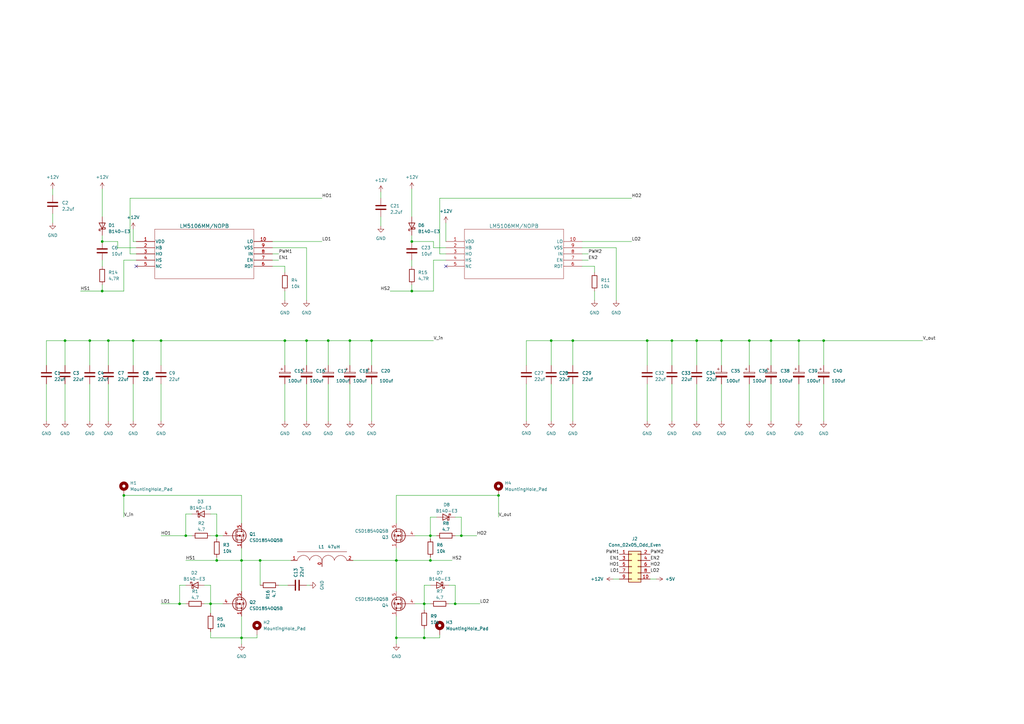
<source format=kicad_sch>
(kicad_sch (version 20231120) (generator "eeschema") (generator_version "8.0")
  (paper "A3")
  (lib_symbols
    (symbol "Connector_Generic:Conn_02x05_Odd_Even" (pin_names (offset 1.016) hide)
      (property "Reference" "J" (at 1.27 7.62 0))
      (property "Value" "Conn_02x05_Odd_Even" (at 1.27 -7.62 0))
      (symbol "Conn_02x05_Odd_Even_1_1"
        (rectangle (start -1.27 -4.953) (end 0 -5.207) (stroke (width 0.1524)))
        (rectangle (start -1.27 -2.413) (end 0 -2.667) (stroke (width 0.1524)))
        (rectangle (start -1.27 0.127) (end 0 -0.127) (stroke (width 0.1524)))
        (rectangle (start -1.27 2.667) (end 0 2.413) (stroke (width 0.1524)))
        (rectangle (start -1.27 5.207) (end 0 4.953) (stroke (width 0.1524)))
        (rectangle (start -1.27 6.35) (end 3.81 -6.35) (stroke (width 0.254)) (fill (type background)))
        (rectangle (start 3.81 -4.953) (end 2.54 -5.207) (stroke (width 0.1524)))
        (rectangle (start 3.81 -2.413) (end 2.54 -2.667) (stroke (width 0.1524)))
        (rectangle (start 3.81 0.127) (end 2.54 -0.127) (stroke (width 0.1524)))
        (rectangle (start 3.81 2.667) (end 2.54 2.413) (stroke (width 0.1524)))
        (rectangle (start 3.81 5.207) (end 2.54 4.953) (stroke (width 0.1524)))
        (pin passive line (at -5.08 5.08 0) (length 3.81) (name "Pin_1") (number "1"))
        (pin passive line (at 7.62 -5.08 180) (length 3.81) (name "Pin_10") (number "10"))
        (pin passive line (at 7.62 5.08 180) (length 3.81) (name "Pin_2") (number "2"))
        (pin passive line (at -5.08 2.54 0) (length 3.81) (name "Pin_3") (number "3"))
        (pin passive line (at 7.62 2.54 180) (length 3.81) (name "Pin_4") (number "4"))
        (pin passive line (at -5.08 0 0) (length 3.81) (name "Pin_5") (number "5"))
        (pin passive line (at 7.62 0 180) (length 3.81) (name "Pin_6") (number "6"))
        (pin passive line (at -5.08 -2.54 0) (length 3.81) (name "Pin_7") (number "7"))
        (pin passive line (at 7.62 -2.54 180) (length 3.81) (name "Pin_8") (number "8"))
        (pin passive line (at -5.08 -5.08 0) (length 3.81) (name "Pin_9") (number "9"))
      )
    )
    (symbol "Device:C" (pin_numbers hide) (pin_names (offset 0.254))
      (property "Reference" "C" (at 0.635 2.54 0))
      (property "Value" "C" (at 0.635 -2.54 0))
      (symbol "C_0_1"
        (polyline (pts (xy -2.032 -0.762) (xy 2.032 -0.762)) (stroke (width 0.508)))
        (polyline (pts (xy -2.032 0.762) (xy 2.032 0.762)) (stroke (width 0.508)))
      )
      (symbol "C_1_1"
        (pin passive line (at 0 3.81 270) (length 2.794) (name "~") (number "1"))
        (pin passive line (at 0 -3.81 90) (length 2.794) (name "~") (number "2"))
      )
    )
    (symbol "Device:C_Polarized" (pin_numbers hide) (pin_names (offset 0.254))
      (property "Reference" "C" (at 0.635 2.54 0))
      (property "Value" "C_Polarized" (at 0.635 -2.54 0))
      (symbol "C_Polarized_0_1"
        (rectangle (start -2.286 0.508) (end 2.286 1.016))
        (polyline (pts (xy -1.778 2.286) (xy -0.762 2.286)))
        (polyline (pts (xy -1.27 2.794) (xy -1.27 1.778)))
        (rectangle (start 2.286 -0.508) (end -2.286 -1.016) (fill (type outline)))
      )
      (symbol "C_Polarized_1_1"
        (pin passive line (at 0 3.81 270) (length 2.794) (name "~") (number "1"))
        (pin passive line (at 0 -3.81 90) (length 2.794) (name "~") (number "2"))
      )
    )
    (symbol "Device:R" (pin_numbers hide) (pin_names (offset 0))
      (property "Reference" "R" (at 2.032 0 90))
      (property "Value" "R" (at 0 0 90))
      (symbol "R_0_1"
        (rectangle (start -1.016 -2.54) (end 1.016 2.54) (stroke (width 0.254)))
      )
      (symbol "R_1_1"
        (pin passive line (at 0 3.81 270) (length 1.27) (name "~") (number "1"))
        (pin passive line (at 0 -3.81 90) (length 1.27) (name "~") (number "2"))
      )
    )
    (symbol "Diode:B140-E3" (pin_numbers hide) (pin_names hide)
      (property "Reference" "D" (at 0 2.54 0))
      (property "Value" "B140-E3" (at 0 -2.54 0))
      (symbol "B140-E3_0_1"
        (polyline (pts (xy 1.27 0) (xy -1.27 0)))
        (polyline (pts (xy 1.27 1.27) (xy 1.27 -1.27) (xy -1.27 0) (xy 1.27 1.27)) (stroke (width 0.254)))
        (polyline (pts (xy -1.905 0.635) (xy -1.905 1.27) (xy -1.27 1.27) (xy -1.27 -1.27) (xy -0.635 -1.27) (xy -0.635 -0.635)) (stroke (width 0.254)))
      )
      (symbol "B140-E3_1_1"
        (pin passive line (at -3.81 0 0) (length 2.54) (name "K") (number "1"))
        (pin passive line (at 3.81 0 180) (length 2.54) (name "A") (number "2"))
      )
    )
    (symbol "FSBB_DCDC:PQ2918"
      (property "Reference" "L" (at 0 0 0))
      (symbol "PQ2918_0_1"
        (arc (start -5.08 -0.7049) (mid -7.62 1.3321) (end -10.16 -0.7049))
        (arc (start -1.27 0) (mid -1.27 0) (end -1.27 0))
        (arc (start 0 -0.7049) (mid -2.54 1.2912) (end -5.08 -0.7049))
        (polyline (pts (xy -10.16 2.794) (xy 10.16 2.794)))
        (arc (start 5.08 -0.7049) (mid 2.54 1.3321) (end 0 -0.7049))
        (arc (start 10.16 -0.7049) (mid 7.62 1.2912) (end 5.08 -0.7049))
      )
      (symbol "PQ2918_1_1"
        (pin free line (at 0 -3.302 90) (length 2.54) (name "") (number "0"))
        (pin bidirectional line (at -12.7 -0.762 0) (length 2.54) (name "") (number "1"))
        (pin bidirectional line (at 12.7 -0.762 180) (length 2.54) (name "") (number "2"))
      )
    )
    (symbol "Library:C" (pin_numbers hide) (pin_names (offset 0.254))
      (property "Reference" "C" (at 0.635 2.54 0))
      (property "Value" "C" (at 0.635 -2.54 0))
      (symbol "C_0_1"
        (polyline (pts (xy -2.032 -0.762) (xy 2.032 -0.762)) (stroke (width 0.508)))
        (polyline (pts (xy -2.032 0.762) (xy 2.032 0.762)) (stroke (width 0.508)))
      )
      (symbol "C_1_1"
        (pin passive line (at 0 3.81 270) (length 2.794) (name "~") (number "1"))
        (pin passive line (at 0 -3.81 90) (length 2.794) (name "~") (number "2"))
      )
    )
    (symbol "Library:R" (pin_numbers hide) (pin_names (offset 0))
      (property "Reference" "R" (at 2.032 0 90))
      (property "Value" "R" (at 0 0 90))
      (symbol "R_0_1"
        (rectangle (start -1.016 -2.54) (end 1.016 2.54) (stroke (width 0.254)))
      )
      (symbol "R_1_1"
        (pin passive line (at 0 3.81 270) (length 1.27) (name "~") (number "1"))
        (pin passive line (at 0 -3.81 90) (length 1.27) (name "~") (number "2"))
      )
    )
    (symbol "Mechanical:MountingHole_Pad" (pin_numbers hide) (pin_names (offset 1.016) hide)
      (property "Reference" "H" (at 0 6.35 0))
      (property "Value" "MountingHole_Pad" (at 0 4.445 0))
      (symbol "MountingHole_Pad_0_1"
        (circle (center 0 1.27) (radius 1.27) (stroke (width 1.27)))
      )
      (symbol "MountingHole_Pad_1_1"
        (pin input line (at 0 -2.54 90) (length 2.54) (name "1") (number "1"))
      )
    )
    (symbol "Transistor_FET:CSD18540Q5B" (pin_names hide)
      (property "Reference" "Q" (at 5.08 1.905 0))
      (property "Value" "CSD18540Q5B" (at 5.08 0 0))
      (symbol "CSD18540Q5B_0_1"
        (polyline (pts (xy 0.254 0) (xy -2.54 0)))
        (polyline (pts (xy 0.254 1.905) (xy 0.254 -1.905)) (stroke (width 0.254)))
        (polyline (pts (xy 0.762 -1.27) (xy 0.762 -2.286)) (stroke (width 0.254)))
        (polyline (pts (xy 0.762 0.508) (xy 0.762 -0.508)) (stroke (width 0.254)))
        (polyline (pts (xy 0.762 2.286) (xy 0.762 1.27)) (stroke (width 0.254)))
        (polyline (pts (xy 2.54 2.54) (xy 2.54 1.778)))
        (polyline (pts (xy 2.54 -2.54) (xy 2.54 0) (xy 0.762 0)))
        (polyline (pts (xy 0.762 -1.778) (xy 3.302 -1.778) (xy 3.302 1.778) (xy 0.762 1.778)))
        (polyline (pts (xy 1.016 0) (xy 2.032 0.381) (xy 2.032 -0.381) (xy 1.016 0)) (fill (type outline)))
        (polyline (pts (xy 2.794 0.508) (xy 2.921 0.381) (xy 3.683 0.381) (xy 3.81 0.254)))
        (polyline (pts (xy 3.302 0.381) (xy 2.921 -0.254) (xy 3.683 -0.254) (xy 3.302 0.381)))
        (circle (center 1.651 0) (radius 2.794) (stroke (width 0.254)))
        (circle (center 2.54 -1.778) (radius 0.254) (fill (type outline)))
        (circle (center 2.54 1.778) (radius 0.254) (fill (type outline)))
      )
      (symbol "CSD18540Q5B_1_1"
        (pin passive line (at 2.54 -5.08 90) (length 2.54) (name "S") (number "1"))
        (pin passive line (at 2.54 -5.08 90) (length 2.54) hide (name "S") (number "2"))
        (pin passive line (at 2.54 -5.08 90) (length 2.54) hide (name "S") (number "3"))
        (pin passive line (at -5.08 0 0) (length 2.54) (name "G") (number "4"))
        (pin passive line (at 2.54 5.08 270) (length 2.54) (name "D") (number "5"))
      )
    )
    (symbol "lm5106:LM5106MM_NOPB" (pin_names (offset 0.254))
      (property "Value" "LM5106MM/NOPB" (at 27.94 7.62 0))
      (symbol "LM5106MM_NOPB_0_1"
        (polyline (pts (xy 7.62 -15.24) (xy 48.26 -15.24)) (stroke (width 0.127)))
        (polyline (pts (xy 7.62 5.08) (xy 7.62 -15.24)) (stroke (width 0.127)))
        (polyline (pts (xy 48.26 -15.24) (xy 48.26 5.08)) (stroke (width 0.127)))
        (polyline (pts (xy 48.26 5.08) (xy 7.62 5.08)) (stroke (width 0.127)))
        (pin power_in line (at 0 0 0) (length 7.62) (name "VDD") (number "1"))
        (pin output line (at 55.88 0 180) (length 7.62) (name "LO") (number "10"))
        (pin input line (at 0 -2.54 0) (length 7.62) (name "HB") (number "2"))
        (pin output line (at 0 -5.08 0) (length 7.62) (name "HO") (number "3"))
        (pin input line (at 0 -7.62 0) (length 7.62) (name "HS") (number "4"))
        (pin passive line (at 0 -10.16 0) (length 7.62) (name "NC") (number "5"))
        (pin input line (at 55.88 -10.16 180) (length 7.62) (name "RDT") (number "6"))
        (pin input line (at 55.88 -7.62 180) (length 7.62) (name "EN") (number "7"))
        (pin input line (at 55.88 -5.08 180) (length 7.62) (name "IN") (number "8"))
        (pin power_in line (at 55.88 -2.54 180) (length 7.62) (name "VSS") (number "9"))
      )
    )
    (symbol "power:+12V" (power) (pin_names (offset 0))
      (property "Value" "+12V" (at 0 3.556 0))
      (symbol "+12V_0_1"
        (polyline (pts (xy -0.762 1.27) (xy 0 2.54)))
        (polyline (pts (xy 0 0) (xy 0 2.54)))
        (polyline (pts (xy 0 2.54) (xy 0.762 1.27)))
      )
      (symbol "+12V_1_1"
        (pin power_in line (at 0 0 90) (length 0) hide (name "+12V") (number "1"))
      )
    )
    (symbol "power:+5V" (power) (pin_names (offset 0))
      (property "Value" "+5V" (at 0 3.556 0))
      (symbol "+5V_0_1"
        (polyline (pts (xy -0.762 1.27) (xy 0 2.54)))
        (polyline (pts (xy 0 0) (xy 0 2.54)))
        (polyline (pts (xy 0 2.54) (xy 0.762 1.27)))
      )
      (symbol "+5V_1_1"
        (pin power_in line (at 0 0 90) (length 0) hide (name "+5V") (number "1"))
      )
    )
    (symbol "power:GND" (power) (pin_names (offset 0))
      (property "Value" "GND" (at 0 -3.81 0))
      (symbol "GND_0_1"
        (polyline (pts (xy 0 0) (xy 0 -1.27) (xy 1.27 -1.27) (xy 0 -2.54) (xy -1.27 -1.27) (xy 0 -1.27)))
      )
      (symbol "GND_1_1"
        (pin power_in line (at 0 0 270) (length 0) hide (name "GND") (number "1"))
      )
    )
  )
  (junction (at 50.8 203.2))
  (junction (at 162.56 229.87))
  (junction (at 106.68 229.87))
  (junction (at 143.51 139.7))
  (junction (at 73.66 247.65))
  (junction (at 316.23 139.7))
  (junction (at 44.45 139.7))
  (junction (at 152.4 139.7))
  (junction (at 116.84 139.7))
  (junction (at 234.95 139.7))
  (junction (at 26.67 139.7))
  (junction (at 134.62 139.7))
  (junction (at 162.56 261.62))
  (junction (at 99.06 229.87))
  (junction (at 173.99 247.65))
  (junction (at 168.91 99.06))
  (junction (at 275.59 139.7))
  (junction (at 226.06 139.7))
  (junction (at 186.69 247.65))
  (junction (at 285.75 139.7))
  (junction (at 86.36 247.65))
  (junction (at 41.91 119.38))
  (junction (at 265.43 139.7))
  (junction (at 88.9 229.87))
  (junction (at 99.06 261.62))
  (junction (at 176.53 229.87))
  (junction (at 295.91 139.7))
  (junction (at 36.83 139.7))
  (junction (at 189.23 219.71))
  (junction (at 204.47 203.2))
  (junction (at 54.61 139.7))
  (junction (at 88.9 219.71))
  (junction (at 76.2 219.71))
  (junction (at 41.91 99.06))
  (junction (at 327.66 139.7))
  (junction (at 168.91 119.38))
  (junction (at 307.34 139.7))
  (junction (at 173.99 261.62))
  (junction (at 66.04 139.7))
  (junction (at 337.82 139.7))
  (junction (at 176.53 219.71))
  (junction (at 125.73 139.7))
  (no_connect (at 182.88 109.22))
  (no_connect (at 55.88 109.22))
  (wire (pts (xy 21.59 77.47) (xy 21.59 80.01)))
  (wire (pts (xy 295.91 157.48) (xy 295.91 172.72)))
  (wire (pts (xy 86.36 219.71) (xy 88.9 219.71)))
  (wire (pts (xy 41.91 119.38) (xy 50.8 119.38)))
  (wire (pts (xy 78.74 210.82) (xy 76.2 210.82)))
  (wire (pts (xy 189.23 212.09) (xy 186.69 212.09)))
  (wire (pts (xy 54.61 93.98) (xy 54.61 99.06)))
  (wire (pts (xy 162.56 203.2) (xy 162.56 214.63)))
  (wire (pts (xy 316.23 139.7) (xy 316.23 149.86)))
  (wire (pts (xy 111.76 99.06) (xy 132.08 99.06)))
  (wire (pts (xy 134.62 139.7) (xy 143.51 139.7)))
  (wire (pts (xy 185.42 229.87) (xy 176.53 229.87)))
  (wire (pts (xy 152.4 139.7) (xy 177.8 139.7)))
  (wire (pts (xy 53.34 104.14) (xy 55.88 104.14)))
  (wire (pts (xy 307.34 139.7) (xy 316.23 139.7)))
  (wire (pts (xy 111.76 109.22) (xy 116.84 109.22)))
  (wire (pts (xy 176.53 240.03) (xy 173.99 240.03)))
  (wire (pts (xy 54.61 139.7) (xy 66.04 139.7)))
  (wire (pts (xy 337.82 139.7) (xy 337.82 149.86)))
  (wire (pts (xy 182.88 91.44) (xy 182.88 99.06)))
  (wire (pts (xy 243.84 109.22) (xy 243.84 111.76)))
  (wire (pts (xy 88.9 228.6) (xy 88.9 229.87)))
  (wire (pts (xy 177.8 101.6) (xy 177.8 99.06)))
  (wire (pts (xy 116.84 139.7) (xy 125.73 139.7)))
  (wire (pts (xy 180.34 260.35) (xy 180.34 261.62)))
  (wire (pts (xy 26.67 139.7) (xy 36.83 139.7)))
  (wire (pts (xy 125.73 139.7) (xy 125.73 149.86)))
  (wire (pts (xy 152.4 139.7) (xy 152.4 149.86)))
  (wire (pts (xy 144.78 229.87) (xy 162.56 229.87)))
  (wire (pts (xy 285.75 139.7) (xy 295.91 139.7)))
  (wire (pts (xy 111.76 104.14) (xy 114.3 104.14)))
  (wire (pts (xy 106.68 229.87) (xy 106.68 240.03)))
  (wire (pts (xy 125.73 101.6) (xy 125.73 123.19)))
  (wire (pts (xy 111.76 101.6) (xy 125.73 101.6)))
  (wire (pts (xy 116.84 157.48) (xy 116.84 172.72)))
  (wire (pts (xy 162.56 229.87) (xy 162.56 242.57)))
  (wire (pts (xy 86.36 240.03) (xy 86.36 247.65)))
  (wire (pts (xy 125.73 157.48) (xy 125.73 172.72)))
  (wire (pts (xy 196.85 247.65) (xy 186.69 247.65)))
  (wire (pts (xy 168.91 119.38) (xy 177.8 119.38)))
  (wire (pts (xy 265.43 139.7) (xy 265.43 149.86)))
  (wire (pts (xy 53.34 81.28) (xy 53.34 104.14)))
  (wire (pts (xy 143.51 139.7) (xy 152.4 139.7)))
  (wire (pts (xy 160.02 119.38) (xy 168.91 119.38)))
  (wire (pts (xy 226.06 139.7) (xy 234.95 139.7)))
  (wire (pts (xy 269.24 237.49) (xy 266.7 237.49)))
  (wire (pts (xy 36.83 139.7) (xy 44.45 139.7)))
  (wire (pts (xy 189.23 219.71) (xy 186.69 219.71)))
  (wire (pts (xy 173.99 261.62) (xy 162.56 261.62)))
  (wire (pts (xy 327.66 139.7) (xy 337.82 139.7)))
  (wire (pts (xy 88.9 219.71) (xy 91.44 219.71)))
  (wire (pts (xy 41.91 116.84) (xy 41.91 119.38)))
  (wire (pts (xy 173.99 240.03) (xy 173.99 247.65)))
  (wire (pts (xy 54.61 157.48) (xy 54.61 172.72)))
  (wire (pts (xy 86.36 247.65) (xy 91.44 247.65)))
  (wire (pts (xy 86.36 259.08) (xy 86.36 261.62)))
  (wire (pts (xy 125.73 240.03) (xy 127 240.03)))
  (wire (pts (xy 44.45 139.7) (xy 44.45 149.86)))
  (wire (pts (xy 180.34 81.28) (xy 259.08 81.28)))
  (wire (pts (xy 307.34 157.48) (xy 307.34 172.72)))
  (wire (pts (xy 53.34 81.28) (xy 132.08 81.28)))
  (wire (pts (xy 55.88 101.6) (xy 48.26 101.6)))
  (wire (pts (xy 238.76 109.22) (xy 243.84 109.22)))
  (wire (pts (xy 33.02 119.38) (xy 41.91 119.38)))
  (wire (pts (xy 36.83 157.48) (xy 36.83 172.72)))
  (wire (pts (xy 99.06 203.2) (xy 99.06 214.63)))
  (wire (pts (xy 48.26 101.6) (xy 48.26 99.06)))
  (wire (pts (xy 215.9 157.48) (xy 215.9 172.72)))
  (wire (pts (xy 36.83 149.86) (xy 36.83 139.7)))
  (wire (pts (xy 252.73 101.6) (xy 252.73 123.19)))
  (wire (pts (xy 54.61 139.7) (xy 54.61 149.86)))
  (wire (pts (xy 88.9 229.87) (xy 99.06 229.87)))
  (wire (pts (xy 156.21 78.74) (xy 156.21 81.28)))
  (wire (pts (xy 251.46 237.49) (xy 254 237.49)))
  (wire (pts (xy 106.68 229.87) (xy 119.38 229.87)))
  (wire (pts (xy 316.23 139.7) (xy 327.66 139.7)))
  (wire (pts (xy 180.34 81.28) (xy 180.34 104.14)))
  (wire (pts (xy 19.05 157.48) (xy 19.05 172.72)))
  (wire (pts (xy 295.91 139.7) (xy 307.34 139.7)))
  (wire (pts (xy 179.07 212.09) (xy 176.53 212.09)))
  (wire (pts (xy 88.9 219.71) (xy 88.9 220.98)))
  (wire (pts (xy 327.66 157.48) (xy 327.66 172.72)))
  (wire (pts (xy 168.91 116.84) (xy 168.91 119.38)))
  (wire (pts (xy 73.66 240.03) (xy 73.66 247.65)))
  (wire (pts (xy 162.56 203.2) (xy 204.47 203.2)))
  (wire (pts (xy 114.3 240.03) (xy 118.11 240.03)))
  (wire (pts (xy 44.45 139.7) (xy 54.61 139.7)))
  (wire (pts (xy 275.59 139.7) (xy 275.59 149.86)))
  (wire (pts (xy 48.26 99.06) (xy 41.91 99.06)))
  (wire (pts (xy 204.47 203.2) (xy 204.47 212.09)))
  (wire (pts (xy 177.8 99.06) (xy 168.91 99.06)))
  (wire (pts (xy 215.9 139.7) (xy 226.06 139.7)))
  (wire (pts (xy 238.76 106.68) (xy 241.3 106.68)))
  (wire (pts (xy 215.9 139.7) (xy 215.9 149.86)))
  (wire (pts (xy 66.04 139.7) (xy 116.84 139.7)))
  (wire (pts (xy 114.3 106.68) (xy 111.76 106.68)))
  (wire (pts (xy 285.75 139.7) (xy 285.75 149.86)))
  (wire (pts (xy 176.53 228.6) (xy 176.53 229.87)))
  (wire (pts (xy 99.06 229.87) (xy 99.06 242.57)))
  (wire (pts (xy 162.56 261.62) (xy 162.56 264.16)))
  (wire (pts (xy 176.53 219.71) (xy 176.53 220.98)))
  (wire (pts (xy 234.95 139.7) (xy 265.43 139.7)))
  (wire (pts (xy 337.82 157.48) (xy 337.82 172.72)))
  (wire (pts (xy 226.06 157.48) (xy 226.06 172.72)))
  (wire (pts (xy 180.34 104.14) (xy 182.88 104.14)))
  (wire (pts (xy 41.91 77.47) (xy 41.91 88.9)))
  (wire (pts (xy 189.23 219.71) (xy 195.58 219.71)))
  (wire (pts (xy 19.05 149.86) (xy 19.05 139.7)))
  (wire (pts (xy 116.84 119.38) (xy 116.84 123.19)))
  (wire (pts (xy 168.91 96.52) (xy 168.91 99.06)))
  (wire (pts (xy 41.91 96.52) (xy 41.91 99.06)))
  (wire (pts (xy 168.91 109.22) (xy 168.91 106.68)))
  (wire (pts (xy 19.05 139.7) (xy 26.67 139.7)))
  (wire (pts (xy 116.84 139.7) (xy 116.84 149.86)))
  (wire (pts (xy 316.23 157.48) (xy 316.23 172.72)))
  (wire (pts (xy 26.67 157.48) (xy 26.67 172.72)))
  (wire (pts (xy 173.99 247.65) (xy 170.18 247.65)))
  (wire (pts (xy 238.76 101.6) (xy 252.73 101.6)))
  (wire (pts (xy 176.53 212.09) (xy 176.53 219.71)))
  (wire (pts (xy 99.06 261.62) (xy 99.06 264.16)))
  (wire (pts (xy 99.06 229.87) (xy 106.68 229.87)))
  (wire (pts (xy 285.75 157.48) (xy 285.75 172.72)))
  (wire (pts (xy 83.82 247.65) (xy 86.36 247.65)))
  (wire (pts (xy 105.41 261.62) (xy 99.06 261.62)))
  (wire (pts (xy 170.18 219.71) (xy 176.53 219.71)))
  (wire (pts (xy 116.84 109.22) (xy 116.84 111.76)))
  (wire (pts (xy 156.21 88.9) (xy 156.21 92.71)))
  (wire (pts (xy 327.66 139.7) (xy 327.66 149.86)))
  (wire (pts (xy 73.66 247.65) (xy 76.2 247.65)))
  (wire (pts (xy 182.88 101.6) (xy 177.8 101.6)))
  (wire (pts (xy 88.9 210.82) (xy 88.9 219.71)))
  (wire (pts (xy 66.04 219.71) (xy 76.2 219.71)))
  (wire (pts (xy 21.59 87.63) (xy 21.59 91.44)))
  (wire (pts (xy 76.2 229.87) (xy 88.9 229.87)))
  (wire (pts (xy 83.82 240.03) (xy 86.36 240.03)))
  (wire (pts (xy 76.2 210.82) (xy 76.2 219.71)))
  (wire (pts (xy 152.4 157.48) (xy 152.4 172.72)))
  (wire (pts (xy 41.91 109.22) (xy 41.91 106.68)))
  (wire (pts (xy 50.8 106.68) (xy 50.8 119.38)))
  (wire (pts (xy 86.36 210.82) (xy 88.9 210.82)))
  (wire (pts (xy 173.99 257.81) (xy 173.99 261.62)))
  (wire (pts (xy 176.53 229.87) (xy 162.56 229.87)))
  (wire (pts (xy 54.61 99.06) (xy 55.88 99.06)))
  (wire (pts (xy 186.69 240.03) (xy 184.15 240.03)))
  (wire (pts (xy 55.88 106.68) (xy 50.8 106.68)))
  (wire (pts (xy 26.67 149.86) (xy 26.67 139.7)))
  (wire (pts (xy 162.56 224.79) (xy 162.56 229.87)))
  (wire (pts (xy 76.2 219.71) (xy 78.74 219.71)))
  (wire (pts (xy 143.51 157.48) (xy 143.51 172.72)))
  (wire (pts (xy 66.04 247.65) (xy 73.66 247.65)))
  (wire (pts (xy 307.34 139.7) (xy 307.34 149.86)))
  (wire (pts (xy 162.56 252.73) (xy 162.56 261.62)))
  (wire (pts (xy 295.91 139.7) (xy 295.91 149.86)))
  (wire (pts (xy 243.84 119.38) (xy 243.84 123.19)))
  (wire (pts (xy 99.06 252.73) (xy 99.06 261.62)))
  (wire (pts (xy 189.23 212.09) (xy 189.23 219.71)))
  (wire (pts (xy 86.36 247.65) (xy 86.36 251.46)))
  (wire (pts (xy 179.07 219.71) (xy 176.53 219.71)))
  (wire (pts (xy 99.06 224.79) (xy 99.06 229.87)))
  (wire (pts (xy 134.62 157.48) (xy 134.62 172.72)))
  (wire (pts (xy 44.45 157.48) (xy 44.45 172.72)))
  (wire (pts (xy 143.51 139.7) (xy 143.51 149.86)))
  (wire (pts (xy 50.8 203.2) (xy 50.8 212.09)))
  (wire (pts (xy 177.8 106.68) (xy 182.88 106.68)))
  (wire (pts (xy 105.41 260.35) (xy 105.41 261.62)))
  (wire (pts (xy 275.59 139.7) (xy 285.75 139.7)))
  (wire (pts (xy 50.8 203.2) (xy 99.06 203.2)))
  (wire (pts (xy 86.36 261.62) (xy 99.06 261.62)))
  (wire (pts (xy 275.59 157.48) (xy 275.59 172.72)))
  (wire (pts (xy 186.69 240.03) (xy 186.69 247.65)))
  (wire (pts (xy 226.06 139.7) (xy 226.06 149.86)))
  (wire (pts (xy 234.95 157.48) (xy 234.95 172.72)))
  (wire (pts (xy 176.53 247.65) (xy 173.99 247.65)))
  (wire (pts (xy 177.8 106.68) (xy 177.8 119.38)))
  (wire (pts (xy 173.99 247.65) (xy 173.99 250.19)))
  (wire (pts (xy 337.82 139.7) (xy 378.46 139.7)))
  (wire (pts (xy 66.04 157.48) (xy 66.04 172.72)))
  (wire (pts (xy 180.34 261.62) (xy 173.99 261.62)))
  (wire (pts (xy 134.62 139.7) (xy 134.62 149.86)))
  (wire (pts (xy 125.73 139.7) (xy 134.62 139.7)))
  (wire (pts (xy 234.95 139.7) (xy 234.95 149.86)))
  (wire (pts (xy 186.69 247.65) (xy 184.15 247.65)))
  (wire (pts (xy 73.66 240.03) (xy 76.2 240.03)))
  (wire (pts (xy 265.43 157.48) (xy 265.43 172.72)))
  (wire (pts (xy 265.43 139.7) (xy 275.59 139.7)))
  (wire (pts (xy 238.76 99.06) (xy 259.08 99.06)))
  (wire (pts (xy 168.91 77.47) (xy 168.91 88.9)))
  (wire (pts (xy 66.04 139.7) (xy 66.04 149.86)))
  (wire (pts (xy 238.76 104.14) (xy 241.3 104.14)))
  (label "PWM2" (at 266.7 227.33 0))
  (label "V_in" (at 50.8 212.09 0))
  (label "HO1" (at 254 232.41 180))
  (label "HS1" (at 76.2 229.87 0))
  (label "V_in" (at 177.8 139.7 0))
  (label "HO1" (at 132.08 81.28 0))
  (label "EN2" (at 266.7 229.87 0))
  (label "HO2" (at 266.7 232.41 0))
  (label "PWM1" (at 114.3 104.14 0))
  (label "HO2" (at 259.08 81.28 0))
  (label "EN1" (at 254 229.87 180))
  (label "LO2" (at 266.7 234.95 0))
  (label "HO2" (at 195.58 219.71 0))
  (label "V_out" (at 204.47 212.09 0))
  (label "HS2" (at 160.02 119.38 180))
  (label "PWM2" (at 241.3 104.14 0))
  (label "LO1" (at 254 234.95 180))
  (label "PWM1" (at 254 227.33 180))
  (label "V_out" (at 378.46 139.7 0))
  (label "LO2" (at 196.85 247.65 0))
  (label "LO2" (at 259.08 99.06 0))
  (label "HS2" (at 185.42 229.87 0))
  (label "LO1" (at 132.08 99.06 0))
  (label "EN2" (at 241.3 106.68 0))
  (label "HS1" (at 33.02 119.38 0))
  (label "EN1" (at 114.3 106.68 0))
  (label "LO1" (at 66.04 247.65 0))
  (label "HO1" (at 66.04 219.71 0))
  (symbol (lib_id "Device:C_Polarized") (at 337.82 153.67 0) (unit 1)
    (property "Reference" "C40" (at 341.63 152.146 0) (effects (justify left)))
    (property "Value" "100uf" (at 340.995 156.21 0) (effects (justify left)))
    (property "Footprint" "Capacitor_SMD:CP_Elec_8x10" (effects (hide yes)))
  )
  (symbol (lib_id "power:GND") (at 143.51 172.72 0) (unit 1)
    (property "Reference" "#PWR026" (effects (hide yes)))
    (property "Value" "GND" (at 143.51 177.8 0))
  )
  (symbol (lib_id "Device:R") (at 182.88 219.71 270) (mirror x) (unit 1)
    (property "Reference" "R8" (at 182.88 214.63 90))
    (property "Value" "4.7" (at 182.88 217.17 90))
    (property "Footprint" "Resistor_SMD:R_0603_1608Metric" (effects (hide yes)))
  )
  (symbol (lib_id "power:GND") (at 134.62 172.72 0) (unit 1)
    (property "Reference" "#PWR025" (effects (hide yes)))
    (property "Value" "GND" (at 134.62 177.8 0))
  )
  (symbol (lib_id "Device:R") (at 41.91 113.03 180) (unit 1)
    (property "Reference" "R14" (at 44.45 111.7599 0) (effects (justify right)))
    (property "Value" "4.7R" (at 44.45 114.2999 0) (effects (justify right)))
    (property "Footprint" "Resistor_SMD:R_0603_1608Metric" (effects (hide yes)))
  )
  (symbol (lib_id "power:GND") (at 44.45 172.72 0) (unit 1)
    (property "Reference" "#PWR09" (effects (hide yes)))
    (property "Value" "GND" (at 44.45 177.8 0))
  )
  (symbol (lib_id "Diode:B140-E3") (at 82.55 210.82 0) (unit 1)
    (property "Reference" "D3" (at 82.2325 205.74 0))
    (property "Value" "B140-E3" (at 82.2325 208.28 0))
    (property "Footprint" "BuckBoost:D_SOD-123" (effects (hide yes)))
    (property "Datasheet" "http://www.vishay.com/docs/88946/b120.pdf" (effects (hide yes)))
  )
  (symbol (lib_id "power:GND") (at 26.67 172.72 0) (unit 1)
    (property "Reference" "#PWR04" (effects (hide yes)))
    (property "Value" "GND" (at 26.67 177.8 0))
  )
  (symbol (lib_id "power:GND") (at 234.95 172.72 0) (unit 1)
    (property "Reference" "#PWR043" (effects (hide yes)))
    (property "Value" "GND" (at 234.95 177.8 0))
  )
  (symbol (lib_id "power:GND") (at 156.21 92.71 0) (unit 1)
    (property "Reference" "#PWR031" (effects (hide yes)))
    (property "Value" "GND" (at 156.21 97.79 0))
  )
  (symbol (lib_id "power:+12V") (at 21.59 77.47 0) (unit 1)
    (property "Reference" "#PWR02" (effects (hide yes)))
    (property "Value" "+12V" (at 21.59 72.644 0))
  )
  (symbol (lib_id "Device:C") (at 19.05 153.67 0) (unit 1)
    (property "Reference" "C1" (at 22.225 153.035 0) (effects (justify left)))
    (property "Value" "22uf" (at 22.225 155.575 0) (effects (justify left)))
    (property "Footprint" "Capacitor_SMD:C_1206_3216Metric" (effects (hide yes)))
  )
  (symbol (lib_id "Device:R") (at 243.84 115.57 180) (unit 1)
    (property "Reference" "R11" (at 246.38 114.935 0) (effects (justify right)))
    (property "Value" "10k" (at 246.38 117.475 0) (effects (justify right)))
    (property "Footprint" "Resistor_SMD:R_0603_1608Metric" (effects (hide yes)))
  )
  (symbol (lib_id "power:+12V") (at 54.61 93.98 0) (unit 1)
    (property "Reference" "#PWR012" (effects (hide yes)))
    (property "Value" "+12V" (at 54.61 89.154 0))
  )
  (symbol (lib_id "power:GND") (at 116.84 172.72 0) (unit 1)
    (property "Reference" "#PWR021" (effects (hide yes)))
    (property "Value" "GND" (at 116.84 177.8 0))
  )
  (symbol (lib_id "power:GND") (at 337.82 172.72 0) (unit 1)
    (property "Reference" "#PWR062" (effects (hide yes)))
    (property "Value" "GND" (at 337.82 177.8 0))
  )
  (symbol (lib_id "Transistor_FET:CSD18540Q5B") (at 165.1 219.71 0) (mirror y) (unit 1)
    (property "Reference" "Q3" (at 159.385 220.345 0) (effects (justify left)))
    (property "Value" "CSD18540Q5B" (at 159.385 217.805 0) (effects (justify left)))
    (property "Footprint" "Package_TO_SOT_SMD:TDSON-8-1" (effects (hide yes)))
    (property "Datasheet" "http://www.ti.com/lit/gpn/csd18540q5b" (effects (hide yes)))
  )
  (symbol (lib_id "power:GND") (at 226.06 172.72 0) (unit 1)
    (property "Reference" "#PWR042" (effects (hide yes)))
    (property "Value" "GND" (at 226.06 177.8 0))
  )
  (symbol (lib_id "power:GND") (at 295.91 172.72 0) (unit 1)
    (property "Reference" "#PWR056" (effects (hide yes)))
    (property "Value" "GND" (at 295.91 177.8 0))
  )
  (symbol (lib_id "Diode:B140-E3") (at 168.91 92.71 90) (unit 1)
    (property "Reference" "D6" (at 171.45 92.3925 90) (effects (justify right)))
    (property "Value" "B140-E3" (at 171.45 94.9325 90) (effects (justify right)))
    (property "Footprint" "BuckBoost:D_SOD-123" (effects (hide yes)))
    (property "Datasheet" "http://www.vishay.com/docs/88946/b120.pdf" (effects (hide yes)))
  )
  (symbol (lib_id "Mechanical:MountingHole_Pad") (at 180.34 257.81 0) (unit 1)
    (property "Reference" "H3" (at 182.88 255.27 0) (effects (justify left)))
    (property "Value" "MountingHole_Pad" (at 182.88 257.81 0) (effects (justify left)))
    (property "Footprint" "MountingHole:MountingHole_3.2mm_M3_Pad_Via" (effects (hide yes)))
  )
  (symbol (lib_id "FSBB_DCDC:PQ2918") (at 132.08 229.108 0) (unit 1)
    (property "Reference" "L1" (at 131.826 224.282 0))
    (property "Value" "47uH" (at 136.906 224.282 0))
    (property "Footprint" "BuckBoost:PQ2918" (effects (hide yes)))
  )
  (symbol (lib_id "Transistor_FET:CSD18540Q5B") (at 96.52 219.71 0) (unit 1)
    (property "Reference" "Q1" (at 102.235 219.075 0) (effects (justify left)))
    (property "Value" "CSD18540Q5B" (at 102.235 221.615 0) (effects (justify left)))
    (property "Footprint" "Package_TO_SOT_SMD:TDSON-8-1" (effects (hide yes)))
    (property "Datasheet" "http://www.ti.com/lit/gpn/csd18540q5b" (effects (hide yes)))
  )
  (symbol (lib_id "power:GND") (at 243.84 123.19 0) (unit 1)
    (property "Reference" "#PWR044" (effects (hide yes)))
    (property "Value" "GND" (at 243.84 128.27 0))
  )
  (symbol (lib_id "power:+12V") (at 156.21 78.74 0) (unit 1)
    (property "Reference" "#PWR030" (effects (hide yes)))
    (property "Value" "+12V" (at 156.21 73.914 0))
  )
  (symbol (lib_id "Device:C_Polarized") (at 143.51 153.67 0) (unit 1)
    (property "Reference" "C18" (at 147.32 152.146 0) (effects (justify left)))
    (property "Value" "100uf" (at 144.78 156.21 0) (effects (justify left)))
    (property "Footprint" "Capacitor_SMD:CP_Elec_8x10" (effects (hide yes)))
  )
  (symbol (lib_id "Device:C") (at 226.06 153.67 0) (unit 1)
    (property "Reference" "C28" (at 229.235 153.035 0) (effects (justify left)))
    (property "Value" "22uf" (at 229.235 155.575 0) (effects (justify left)))
    (property "Footprint" "Capacitor_SMD:C_1206_3216Metric" (effects (hide yes)))
  )
  (symbol (lib_id "power:+12V") (at 182.88 91.44 0) (unit 1)
    (property "Reference" "#PWR038" (effects (hide yes)))
    (property "Value" "+12V" (at 182.88 86.614 0))
  )
  (symbol (lib_id "Mechanical:MountingHole_Pad") (at 105.41 257.81 0) (unit 1)
    (property "Reference" "H2" (at 107.95 255.27 0) (effects (justify left)))
    (property "Value" "MountingHole_Pad" (at 107.95 257.81 0) (effects (justify left)))
    (property "Footprint" "MountingHole:MountingHole_3.2mm_M3_Pad_Via" (effects (hide yes)))
  )
  (symbol (lib_id "power:GND") (at 36.83 172.72 0) (unit 1)
    (property "Reference" "#PWR05" (effects (hide yes)))
    (property "Value" "GND" (at 36.83 177.8 0))
  )
  (symbol (lib_id "power:GND") (at 285.75 172.72 0) (unit 1)
    (property "Reference" "#PWR054" (effects (hide yes)))
    (property "Value" "GND" (at 285.75 177.8 0))
  )
  (symbol (lib_id "Mechanical:MountingHole_Pad") (at 50.8 200.66 0) (unit 1)
    (property "Reference" "H1" (at 53.34 198.12 0) (effects (justify left)))
    (property "Value" "MountingHole_Pad" (at 53.34 200.66 0) (effects (justify left)))
    (property "Footprint" "MountingHole:MountingHole_3.2mm_M3_Pad_Via" (effects (hide yes)))
  )
  (symbol (lib_id "Device:R") (at 80.01 247.65 90) (unit 1)
    (property "Reference" "R1" (at 80.01 242.57 90))
    (property "Value" "4.7" (at 80.01 245.11 90))
    (property "Footprint" "Resistor_SMD:R_0603_1608Metric" (effects (hide yes)))
  )
  (symbol (lib_id "Device:R") (at 168.91 113.03 180) (unit 1)
    (property "Reference" "R15" (at 171.45 111.7599 0) (effects (justify right)))
    (property "Value" "4.7R" (at 171.45 114.2999 0) (effects (justify right)))
    (property "Footprint" "Resistor_SMD:R_0603_1608Metric" (effects (hide yes)))
  )
  (symbol (lib_id "Device:R") (at 176.53 224.79 180) (unit 1)
    (property "Reference" "R6" (at 179.07 223.5199 0) (effects (justify right)))
    (property "Value" "10k" (at 179.07 226.0599 0) (effects (justify right)))
    (property "Footprint" "Resistor_SMD:R_0603_1608Metric" (effects (hide yes)))
  )
  (symbol (lib_id "Device:C") (at 215.9 153.67 0) (unit 1)
    (property "Reference" "C27" (at 219.075 153.035 0) (effects (justify left)))
    (property "Value" "22uf" (at 219.075 155.575 0) (effects (justify left)))
    (property "Footprint" "Capacitor_SMD:C_1206_3216Metric" (effects (hide yes)))
  )
  (symbol (lib_id "Device:C_Polarized") (at 327.66 153.67 0) (unit 1)
    (property "Reference" "C39" (at 331.47 152.146 0) (effects (justify left)))
    (property "Value" "100uf" (at 330.835 156.21 0) (effects (justify left)))
    (property "Footprint" "Capacitor_SMD:CP_Elec_8x10" (effects (hide yes)))
  )
  (symbol (lib_id "power:GND") (at 99.06 264.16 0) (unit 1)
    (property "Reference" "#PWR018" (effects (hide yes)))
    (property "Value" "GND" (at 99.06 269.24 0))
  )
  (symbol (lib_id "Device:C") (at 265.43 153.67 0) (unit 1)
    (property "Reference" "C32" (at 268.605 153.035 0) (effects (justify left)))
    (property "Value" "22uf" (at 268.605 155.575 0) (effects (justify left)))
    (property "Footprint" "Capacitor_SMD:C_1206_3216Metric" (effects (hide yes)))
  )
  (symbol (lib_id "Device:C") (at 275.59 153.67 0) (unit 1)
    (property "Reference" "C33" (at 279.4 153.035 0) (effects (justify left)))
    (property "Value" "22uf" (at 279.4 155.575 0) (effects (justify left)))
    (property "Footprint" "Capacitor_SMD:C_1206_3216Metric" (effects (hide yes)))
  )
  (symbol (lib_id "Device:C_Polarized") (at 134.62 153.67 0) (unit 1)
    (property "Reference" "C17" (at 138.43 152.146 0) (effects (justify left)))
    (property "Value" "100uf" (at 137.795 156.21 0) (effects (justify left)))
    (property "Footprint" "Capacitor_SMD:CP_Elec_8x10" (effects (hide yes)))
  )
  (symbol (lib_id "Device:C") (at 41.91 102.87 0) (unit 1)
    (property "Reference" "C6" (at 45.72 101.5999 0) (effects (justify left)))
    (property "Value" "10uf" (at 45.72 104.1399 0) (effects (justify left)))
    (property "Footprint" "Capacitor_SMD:C_0603_1608Metric" (effects (hide yes)))
  )
  (symbol (lib_id "Device:C_Polarized") (at 316.23 153.67 0) (unit 1)
    (property "Reference" "C38" (at 320.04 152.146 0) (effects (justify left)))
    (property "Value" "100uf" (at 319.405 156.21 0) (effects (justify left)))
    (property "Footprint" "Capacitor_SMD:CP_Elec_8x10" (effects (hide yes)))
  )
  (symbol (lib_id "Diode:B140-E3") (at 180.34 240.03 180) (unit 1)
    (property "Reference" "D7" (at 180.34 234.95 0))
    (property "Value" "B140-E3" (at 180.34 237.49 0))
    (property "Footprint" "BuckBoost:D_SOD-123" (effects (hide yes)))
    (property "Datasheet" "http://www.vishay.com/docs/88946/b120.pdf" (effects (hide yes)))
  )
  (symbol (lib_id "lm5106:LM5106MM_NOPB") (at 182.88 99.06 0) (unit 1)
    (property "Reference" "U2" (effects (hide yes)))
    (property "Value" "LM5106MM/NOPB" (at 210.82 92.71 0) (effects (font (size 1.524 1.524))))
    (property "Footprint" "BuckBoost:SOP50P490X110-10N" (effects (hide yes)))
    (property "Datasheet" "LM5106MM/NOPB" (effects (hide yes)))
  )
  (symbol (lib_id "Device:C_Polarized") (at 295.91 153.67 0) (unit 1)
    (property "Reference" "C35" (at 299.72 152.146 0) (effects (justify left)))
    (property "Value" "100uf" (at 297.815 156.21 0) (effects (justify left)))
    (property "Footprint" "Capacitor_SMD:CP_Elec_8x10" (effects (hide yes)))
  )
  (symbol (lib_id "power:+12V") (at 41.91 77.47 0) (unit 1)
    (property "Reference" "#PWR08" (effects (hide yes)))
    (property "Value" "+12V" (at 41.91 72.644 0))
  )
  (symbol (lib_id "Device:C") (at 44.45 153.67 0) (unit 1)
    (property "Reference" "C7" (at 48.26 153.035 0) (effects (justify left)))
    (property "Value" "22uf" (at 48.26 155.575 0) (effects (justify left)))
    (property "Footprint" "Capacitor_SMD:C_1206_3216Metric" (effects (hide yes)))
  )
  (symbol (lib_id "power:GND") (at 21.59 91.44 0) (unit 1)
    (property "Reference" "#PWR03" (effects (hide yes)))
    (property "Value" "GND" (at 21.59 96.52 0))
  )
  (symbol (lib_id "power:GND") (at 127 240.03 90) (mirror x) (unit 1)
    (property "Reference" "#PWR055" (effects (hide yes)))
    (property "Value" "GND" (at 132.08 240.03 0))
  )
  (symbol (lib_id "Diode:B140-E3") (at 41.91 92.71 90) (unit 1)
    (property "Reference" "D1" (at 44.45 92.3925 90) (effects (justify right)))
    (property "Value" "B140-E3" (at 44.45 94.9325 90) (effects (justify right)))
    (property "Footprint" "BuckBoost:D_SOD-123" (effects (hide yes)))
    (property "Datasheet" "http://www.vishay.com/docs/88946/b120.pdf" (effects (hide yes)))
  )
  (symbol (lib_id "power:GND") (at 275.59 172.72 0) (unit 1)
    (property "Reference" "#PWR053" (effects (hide yes)))
    (property "Value" "GND" (at 275.59 177.8 0))
  )
  (symbol (lib_id "Device:C") (at 26.67 153.67 0) (unit 1)
    (property "Reference" "C3" (at 29.845 153.035 0) (effects (justify left)))
    (property "Value" "22uf" (at 29.845 155.575 0) (effects (justify left)))
    (property "Footprint" "Capacitor_SMD:C_1206_3216Metric" (effects (hide yes)))
  )
  (symbol (lib_id "Transistor_FET:CSD18540Q5B") (at 165.1 247.65 0) (mirror y) (unit 1)
    (property "Reference" "Q4" (at 159.385 248.285 0) (effects (justify left)))
    (property "Value" "CSD18540Q5B" (at 159.385 245.745 0) (effects (justify left)))
    (property "Footprint" "Package_TO_SOT_SMD:TDSON-8-1" (effects (hide yes)))
    (property "Datasheet" "http://www.ti.com/lit/gpn/csd18540q5b" (effects (hide yes)))
  )
  (symbol (lib_id "power:GND") (at 307.34 172.72 0) (unit 1)
    (property "Reference" "#PWR057" (effects (hide yes)))
    (property "Value" "GND" (at 307.34 177.8 0))
  )
  (symbol (lib_id "Device:C") (at 168.91 102.87 0) (unit 1)
    (property "Reference" "C23" (at 172.72 101.5999 0) (effects (justify left)))
    (property "Value" "10uf" (at 172.72 104.1399 0) (effects (justify left)))
    (property "Footprint" "Capacitor_SMD:C_0603_1608Metric" (effects (hide yes)))
  )
  (symbol (lib_id "Mechanical:MountingHole_Pad") (at 204.47 200.66 0) (unit 1)
    (property "Reference" "H4" (at 207.01 198.12 0) (effects (justify left)))
    (property "Value" "MountingHole_Pad" (at 207.01 200.66 0) (effects (justify left)))
    (property "Footprint" "MountingHole:MountingHole_3.2mm_M3_Pad_Via" (effects (hide yes)))
  )
  (symbol (lib_id "Device:R") (at 180.34 247.65 270) (unit 1)
    (property "Reference" "R7" (at 180.34 242.57 90))
    (property "Value" "4.7" (at 180.34 245.11 90))
    (property "Footprint" "Resistor_SMD:R_0603_1608Metric" (effects (hide yes)))
  )
  (symbol (lib_id "Device:C") (at 21.59 83.82 0) (unit 1)
    (property "Reference" "C2" (at 25.4 83.185 0) (effects (justify left)))
    (property "Value" "2.2uf" (at 25.4 85.725 0) (effects (justify left)))
    (property "Footprint" "Capacitor_SMD:C_0603_1608Metric" (effects (hide yes)))
  )
  (symbol (lib_id "Device:C") (at 36.83 153.67 0) (unit 1)
    (property "Reference" "C4" (at 40.005 153.035 0) (effects (justify left)))
    (property "Value" "22uf" (at 40.005 155.575 0) (effects (justify left)))
    (property "Footprint" "Capacitor_SMD:C_1206_3216Metric" (effects (hide yes)))
  )
  (symbol (lib_id "power:GND") (at 327.66 172.72 0) (unit 1)
    (property "Reference" "#PWR060" (effects (hide yes)))
    (property "Value" "GND" (at 327.66 177.8 0))
  )
  (symbol (lib_id "Device:C") (at 234.95 153.67 0) (unit 1)
    (property "Reference" "C29" (at 238.76 153.035 0) (effects (justify left)))
    (property "Value" "22uf" (at 238.76 155.575 0) (effects (justify left)))
    (property "Footprint" "Capacitor_SMD:C_1206_3216Metric" (effects (hide yes)))
  )
  (symbol (lib_id "power:+12V") (at 251.46 237.49 90) (mirror x) (unit 1)
    (property "Reference" "#PWR07" (effects (hide yes)))
    (property "Value" "+12V" (at 247.523 237.49 90) (effects (justify left)))
  )
  (symbol (lib_id "lm5106:LM5106MM_NOPB") (at 55.88 99.06 0) (unit 1)
    (property "Reference" "U1" (effects (hide yes)))
    (property "Value" "LM5106MM/NOPB" (at 83.82 92.71 0) (effects (font (size 1.524 1.524))))
    (property "Footprint" "BuckBoost:SOP50P490X110-10N" (effects (hide yes)))
    (property "Datasheet" "LM5106MM/NOPB" (effects (hide yes)))
  )
  (symbol (lib_id "Device:C") (at 54.61 153.67 0) (unit 1)
    (property "Reference" "C8" (at 58.42 153.035 0) (effects (justify left)))
    (property "Value" "22uf" (at 58.42 155.575 0) (effects (justify left)))
    (property "Footprint" "Capacitor_SMD:C_1206_3216Metric" (effects (hide yes)))
  )
  (symbol (lib_id "Connector_Generic:Conn_02x05_Odd_Even") (at 259.08 232.41 0) (unit 1)
    (property "Reference" "J2" (at 260.35 220.98 0))
    (property "Value" "Conn_02x05_Odd_Even" (at 260.35 223.52 0))
    (property "Footprint" "Connector_PinHeader_2.54mm:PinHeader_2x05_P2.54mm_Vertical_SMD" (effects (hide yes)))
    (property "Description" "Generic connector, double row, 02x05, odd/even pin numbering scheme (row 1 odd numbers, row 2 even numbers), script generated (kicad-library-utils/schlib/autogen/connector/)" (effects (hide yes)))
  )
  (symbol (lib_id "power:GND") (at 265.43 172.72 0) (unit 1)
    (property "Reference" "#PWR050" (effects (hide yes)))
    (property "Value" "GND" (at 265.43 177.8 0))
  )
  (symbol (lib_id "Device:C_Polarized") (at 152.4 153.67 0) (unit 1)
    (property "Reference" "C20" (at 156.21 152.146 0) (effects (justify left)))
    (property "Value" "100uf" (at 155.575 156.21 0) (effects (justify left)))
    (property "Footprint" "Capacitor_SMD:CP_Elec_8x10" (effects (hide yes)))
  )
  (symbol (lib_id "power:GND") (at 152.4 172.72 0) (unit 1)
    (property "Reference" "#PWR029" (effects (hide yes)))
    (property "Value" "GND" (at 152.4 177.8 0))
  )
  (symbol (lib_id "Diode:B140-E3") (at 80.01 240.03 0) (unit 1)
    (property "Reference" "D2" (at 79.6925 234.95 0))
    (property "Value" "B140-E3" (at 79.6925 237.49 0))
    (property "Footprint" "BuckBoost:D_SOD-123" (effects (hide yes)))
    (property "Datasheet" "http://www.vishay.com/docs/88946/b120.pdf" (effects (hide yes)))
  )
  (symbol (lib_id "Device:R") (at 116.84 115.57 180) (unit 1)
    (property "Reference" "R4" (at 119.38 114.935 0) (effects (justify right)))
    (property "Value" "10k" (at 119.38 117.475 0) (effects (justify right)))
    (property "Footprint" "Resistor_SMD:R_0603_1608Metric" (effects (hide yes)))
  )
  (symbol (lib_id "Device:R") (at 88.9 224.79 180) (unit 1)
    (property "Reference" "R3" (at 91.44 223.5199 0) (effects (justify right)))
    (property "Value" "10k" (at 91.44 226.0599 0) (effects (justify right)))
    (property "Footprint" "Resistor_SMD:R_0603_1608Metric" (effects (hide yes)))
  )
  (symbol (lib_id "Device:C_Polarized") (at 116.84 153.67 0) (unit 1)
    (property "Reference" "C15" (at 120.65 152.146 0) (effects (justify left)))
    (property "Value" "100uf" (at 118.11 156.21 0) (effects (justify left)))
    (property "Footprint" "Capacitor_SMD:CP_Elec_8x10" (effects (hide yes)))
  )
  (symbol (lib_id "Library:C") (at 121.92 240.03 90) (unit 1)
    (property "Reference" "C13" (at 121.285 236.855 0) (effects (justify left)))
    (property "Value" "22uf" (at 123.825 236.855 0) (effects (justify left)))
    (property "Footprint" "Capacitor_SMD:C_1206_3216Metric" (effects (hide yes)))
  )
  (symbol (lib_id "Device:R") (at 82.55 219.71 90) (unit 1)
    (property "Reference" "R2" (at 82.55 214.63 90))
    (property "Value" "4.7" (at 82.55 217.17 90))
    (property "Footprint" "Resistor_SMD:R_0603_1608Metric" (effects (hide yes)))
  )
  (symbol (lib_id "power:+5V") (at 269.24 237.49 270) (mirror x) (unit 1)
    (property "Reference" "#PWR06" (effects (hide yes)))
    (property "Value" "+5V" (at 272.796 237.49 90) (effects (justify left)))
  )
  (symbol (lib_id "power:GND") (at 316.23 172.72 0) (unit 1)
    (property "Reference" "#PWR059" (effects (hide yes)))
    (property "Value" "GND" (at 316.23 177.8 0))
  )
  (symbol (lib_id "Device:C") (at 156.21 85.09 0) (unit 1)
    (property "Reference" "C21" (at 160.02 84.455 0) (effects (justify left)))
    (property "Value" "2.2uf" (at 160.02 86.995 0) (effects (justify left)))
    (property "Footprint" "Capacitor_SMD:C_0603_1608Metric" (effects (hide yes)))
  )
  (symbol (lib_id "Device:C") (at 285.75 153.67 0) (unit 1)
    (property "Reference" "C34" (at 289.56 153.035 0) (effects (justify left)))
    (property "Value" "22uf" (at 289.56 155.575 0) (effects (justify left)))
    (property "Footprint" "Capacitor_SMD:C_1206_3216Metric" (effects (hide yes)))
  )
  (symbol (lib_id "power:GND") (at 215.9 172.72 0) (unit 1)
    (property "Reference" "#PWR040" (effects (hide yes)))
    (property "Value" "GND" (at 215.9 177.673 0))
  )
  (symbol (lib_id "Transistor_FET:CSD18540Q5B") (at 96.52 247.65 0) (unit 1)
    (property "Reference" "Q2" (at 102.235 247.015 0) (effects (justify left)))
    (property "Value" "CSD18540Q5B" (at 102.235 249.555 0) (effects (justify left)))
    (property "Footprint" "Package_TO_SOT_SMD:TDSON-8-1" (effects (hide yes)))
    (property "Datasheet" "http://www.ti.com/lit/gpn/csd18540q5b" (effects (hide yes)))
  )
  (symbol (lib_id "Device:R") (at 86.36 255.27 180) (unit 1)
    (property "Reference" "R5" (at 88.9 253.9999 0) (effects (justify right)))
    (property "Value" "10k" (at 88.9 256.5399 0) (effects (justify right)))
    (property "Footprint" "Resistor_SMD:R_0603_1608Metric" (effects (hide yes)))
  )
  (symbol (lib_id "power:GND") (at 116.84 123.19 0) (unit 1)
    (property "Reference" "#PWR020" (effects (hide yes)))
    (property "Value" "GND" (at 116.84 128.27 0))
  )
  (symbol (lib_id "Device:C_Polarized") (at 307.34 153.67 0) (unit 1)
    (property "Reference" "C36" (at 311.15 152.146 0) (effects (justify left)))
    (property "Value" "100uf" (at 308.61 156.21 0) (effects (justify left)))
    (property "Footprint" "Capacitor_SMD:CP_Elec_8x10" (effects (hide yes)))
  )
  (symbol (lib_id "Device:C") (at 66.04 153.67 0) (unit 1)
    (property "Reference" "C9" (at 69.215 153.035 0) (effects (justify left)))
    (property "Value" "22uf" (at 69.215 155.575 0) (effects (justify left)))
    (property "Footprint" "Capacitor_SMD:C_1206_3216Metric" (effects (hide yes)))
  )
  (symbol (lib_id "Library:R") (at 110.49 240.03 270) (mirror x) (unit 1)
    (property "Reference" "R16" (at 109.855 241.935 0) (effects (justify right)))
    (property "Value" "4.7" (at 112.395 241.935 0) (effects (justify right)))
    (property "Footprint" "Resistor_SMD:R_1206_3216Metric" (effects (hide yes)))
  )
  (symbol (lib_id "power:GND") (at 19.05 172.72 0) (unit 1)
    (property "Reference" "#PWR01" (effects (hide yes)))
    (property "Value" "GND" (at 19.05 177.8 0))
  )
  (symbol (lib_id "Diode:B140-E3") (at 182.88 212.09 0) (mirror y) (unit 1)
    (property "Reference" "D8" (at 183.1975 207.01 0))
    (property "Value" "B140-E3" (at 183.1975 209.55 0))
    (property "Footprint" "BuckBoost:D_SOD-123" (effects (hide yes)))
    (property "Datasheet" "http://www.vishay.com/docs/88946/b120.pdf" (effects (hide yes)))
  )
  (symbol (lib_id "power:GND") (at 125.73 172.72 0) (unit 1)
    (property "Reference" "#PWR024" (effects (hide yes)))
    (property "Value" "GND" (at 125.73 177.8 0))
  )
  (symbol (lib_id "power:+12V") (at 168.91 77.47 0) (unit 1)
    (property "Reference" "#PWR036" (effects (hide yes)))
    (property "Value" "+12V" (at 168.91 72.644 0))
  )
  (symbol (lib_id "power:GND") (at 252.73 123.19 0) (unit 1)
    (property "Reference" "#PWR046" (effects (hide yes)))
    (property "Value" "GND" (at 252.73 128.27 0))
  )
  (symbol (lib_id "Device:R") (at 173.99 254 180) (unit 1)
    (property "Reference" "R9" (at 176.53 252.7299 0) (effects (justify right)))
    (property "Value" "10k" (at 176.53 255.2699 0) (effects (justify right)))
    (property "Footprint" "Resistor_SMD:R_0603_1608Metric" (effects (hide yes)))
  )
  (symbol (lib_id "Device:C_Polarized") (at 125.73 153.67 0) (unit 1)
    (property "Reference" "C16" (at 129.54 152.146 0) (effects (justify left)))
    (property "Value" "100uf" (at 127 156.21 0) (effects (justify left)))
    (property "Footprint" "Capacitor_SMD:CP_Elec_8x10" (effects (hide yes)))
  )
  (symbol (lib_id "power:GND") (at 54.61 172.72 0) (unit 1)
    (property "Reference" "#PWR013" (effects (hide yes)))
    (property "Value" "GND" (at 54.61 177.8 0))
  )
  (symbol (lib_id "power:GND") (at 162.56 264.16 0) (unit 1)
    (property "Reference" "#PWR035" (effects (hide yes)))
    (property "Value" "GND" (at 162.56 269.24 0))
  )
  (symbol (lib_id "power:GND") (at 125.73 123.19 0) (unit 1)
    (property "Reference" "#PWR023" (effects (hide yes)))
    (property "Value" "GND" (at 125.73 128.27 0))
  )
  (symbol (lib_id "power:GND") (at 66.04 172.72 0) (unit 1)
    (property "Reference" "#PWR014" (effects (hide yes)))
    (property "Value" "GND" (at 66.04 177.8 0))
  )
)
</source>
